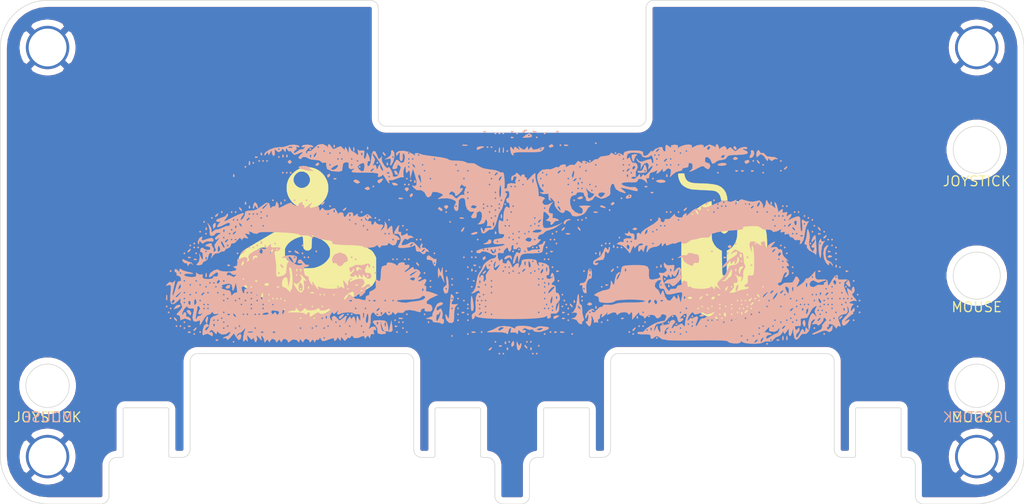
<source format=kicad_pcb>
(kicad_pcb (version 20171130) (host pcbnew "(5.1.8)-1")
  (layers (0 F.Cu signal hide) (31 B.Cu signal hide) (34 B.Paste user) (35 F.Paste user) (36 B.SilkS user) (37 F.SilkS user) (38 B.Mask user) (39 F.Mask user) (44 Edge.Cuts user))
  (net 0 "")
  (net 1 "Net-(M1-Pad1)")
  (module artwork:mouse (layer F.Cu) (at 156.845 92.075)
    (fp_text reference G*** hide)
    (fp_text value LOGO hide)
  )
  (module artwork:joystick (layer F.Cu) (at 123.19 91.44)
    (fp_text reference G*** hide)
    (fp_text value LOGO hide)
  )
  (module artwork:last_ninja2 (layer B.Cu) (at 139.7 80.83 180)
    (fp_text reference G*** hide)
    (fp_text value LOGO hide)
  )
  (module mounting:M3_pin (layer F.Cu) (at 102.235 108.585)
    (fp_text reference M1 hide)
    (fp_text value Mounting hide)
    (pad 1 thru_hole circle (at 0 0) (size 3.5 3.5) (drill 3.048) (layers *.Cu *.Mask) (net 1 "Net-(M1-Pad1)"))
  )
  (module mounting:M3_pin (layer F.Cu) (at 177.165 75.565)
    (fp_text reference M2 hide)
    (fp_text value Mounting hide)
    (pad 1 thru_hole circle (at 0 0) (size 3.5 3.5) (drill 3.048) (layers *.Cu *.Mask) (net 1 "Net-(M1-Pad1)"))
  )
  (module mounting:M3_pin (layer F.Cu) (at 102.235 75.565)
    (fp_text reference M3 hide)
    (fp_text value Mounting hide)
    (pad 1 thru_hole circle (at 0 0) (size 3.5 3.5) (drill 3.048) (layers *.Cu *.Mask) (net 1 "Net-(M1-Pad1)"))
  )
  (module mounting:M3_pin (layer F.Cu) (at 177.165 108.585)
    (fp_text reference M4 hide)
    (fp_text value Mounting hide)
    (pad 1 thru_hole circle (at 0 0) (size 3.5 3.5) (drill 3.048) (layers *.Cu *.Mask) (net 1 "Net-(M1-Pad1)"))
  )
  (gr_text JOYSTICK (at 177.165 86.36) (layer F.SilkS) (effects (font (size 0.8 0.8) (thickness 0.1))))
  (gr_text MOUSE (at 177.165 96.52) (layer F.SilkS) (effects (font (size 0.8 0.8) (thickness 0.1))))
  (gr_circle (center 177.165 83.82) (end 179.065 83.82) (layer Edge.Cuts) (width 0.05))
  (gr_circle (center 177.165 93.98) (end 179.065 93.98) (layer Edge.Cuts) (width 0.05))
  (gr_circle (center 177.165 102.87) (end 178.916 102.87) (layer Edge.Cuts) (width 0.05))
  (gr_circle (center 102.235 102.87) (end 103.986 102.87) (layer Edge.Cuts) (width 0.05))
  (gr_line (start 171.196 108.6485) (end 171.577 108.6485) (layer Edge.Cuts) (width 0.05))
  (gr_arc (start 170.942 104.775) (end 171.069 104.775) (angle -90) (layer Edge.Cuts) (width 0.05))
  (gr_line (start 170.942 104.648) (end 167.513 104.648) (layer Edge.Cuts) (width 0.05))
  (gr_arc (start 167.513 104.775) (end 167.513 104.648) (angle -90) (layer Edge.Cuts) (width 0.05))
  (gr_arc (start 171.196 108.5215) (end 171.069 108.5215) (angle -90) (layer Edge.Cuts) (width 0.05))
  (gr_line (start 167.386 104.775) (end 167.386 108.5215) (layer Edge.Cuts) (width 0.05))
  (gr_line (start 171.069 108.5215) (end 171.069 104.775) (layer Edge.Cuts) (width 0.05))
  (gr_arc (start 167.259 108.5215) (end 167.259 108.6485) (angle -90) (layer Edge.Cuts) (width 0.05))
  (gr_line (start 137.287 108.6485) (end 137.668 108.6485) (layer Edge.Cuts) (width 0.05))
  (gr_line (start 137.16 108.5215) (end 137.16 104.775) (layer Edge.Cuts) (width 0.05))
  (gr_arc (start 133.35 108.5215) (end 133.35 108.6485) (angle -90) (layer Edge.Cuts) (width 0.05))
  (gr_line (start 133.477 104.775) (end 133.477 108.5215) (layer Edge.Cuts) (width 0.05))
  (gr_arc (start 137.033 104.775) (end 137.16 104.775) (angle -90) (layer Edge.Cuts) (width 0.05))
  (gr_arc (start 137.287 108.5215) (end 137.16 108.5215) (angle -90) (layer Edge.Cuts) (width 0.05))
  (gr_line (start 137.033 104.648) (end 133.604 104.648) (layer Edge.Cuts) (width 0.05))
  (gr_arc (start 133.604 104.775) (end 133.604 104.648) (angle -90) (layer Edge.Cuts) (width 0.05))
  (gr_line (start 146.05 108.6485) (end 147.0025 108.6485) (layer Edge.Cuts) (width 0.05))
  (gr_line (start 145.923 108.5215) (end 145.923 104.775) (layer Edge.Cuts) (width 0.05))
  (gr_arc (start 142.113 108.5215) (end 142.113 108.6485) (angle -90) (layer Edge.Cuts) (width 0.05))
  (gr_line (start 142.24 104.775) (end 142.24 108.5215) (layer Edge.Cuts) (width 0.05))
  (gr_arc (start 145.796 104.775) (end 145.923 104.775) (angle -90) (layer Edge.Cuts) (width 0.05))
  (gr_arc (start 146.05 108.5215) (end 145.923 108.5215) (angle -90) (layer Edge.Cuts) (width 0.05))
  (gr_line (start 145.796 104.648) (end 142.367 104.648) (layer Edge.Cuts) (width 0.05))
  (gr_arc (start 142.367 104.775) (end 142.367 104.648) (angle -90) (layer Edge.Cuts) (width 0.05))
  (gr_line (start 112.141 108.6485) (end 113.0935 108.6485) (layer Edge.Cuts) (width 0.05))
  (gr_arc (start 108.204 108.5215) (end 108.204 108.6485) (angle -90) (layer Edge.Cuts) (width 0.05))
  (gr_line (start 108.331 104.775) (end 108.331 108.5215) (layer Edge.Cuts) (width 0.05))
  (gr_arc (start 108.458 104.775) (end 108.458 104.648) (angle -90) (layer Edge.Cuts) (width 0.05))
  (gr_line (start 111.887 104.648) (end 108.458 104.648) (layer Edge.Cuts) (width 0.05))
  (gr_arc (start 112.141 108.5215) (end 112.014 108.5215) (angle -90) (layer Edge.Cuts) (width 0.05))
  (gr_arc (start 111.887 104.775) (end 112.014 104.775) (angle -90) (layer Edge.Cuts) (width 0.05))
  (gr_line (start 112.014 108.5215) (end 112.014 104.775) (layer Edge.Cuts) (width 0.05))
  (gr_text MOUSE (at 102.235 105.41) (layer B.SilkS) (effects (font (size 0.8 0.8) (thickness 0.1)) (justify mirror)))
  (gr_text JOYSTICK (at 177.165 105.41) (layer B.SilkS) (effects (font (size 0.8 0.8) (thickness 0.1)) (justify mirror)))
  (gr_line (start 106.553 112.395) (end 102.235 112.395) (layer Edge.Cuts) (width 0.05))
  (gr_line (start 138.938 112.395) (end 140.462 112.395) (layer Edge.Cuts) (width 0.05))
  (gr_line (start 151.13 71.755) (end 177.165 71.755) (layer Edge.Cuts) (width 0.05))
  (gr_arc (start 147.0025 108.0135) (end 147.0025 108.6485) (angle -90) (layer Edge.Cuts) (width 0.05))
  (gr_line (start 148.2725 100.2665) (end 165.0365 100.2665) (layer Edge.Cuts) (width 0.05))
  (gr_line (start 147.6375 100.9015) (end 147.6375 108.0135) (layer Edge.Cuts) (width 0.05))
  (gr_line (start 141.097 109.2835) (end 141.097 111.76) (layer Edge.Cuts) (width 0.05))
  (gr_arc (start 172.847 111.76) (end 172.212 111.76) (angle -90) (layer Edge.Cuts) (width 0.05))
  (gr_arc (start 140.462 111.76) (end 140.462 112.395) (angle -90) (layer Edge.Cuts) (width 0.05))
  (gr_arc (start 171.577 109.2835) (end 172.212 109.2835) (angle -90) (layer Edge.Cuts) (width 0.05))
  (gr_arc (start 141.732 109.2835) (end 141.732 108.6485) (angle -90) (layer Edge.Cuts) (width 0.05))
  (gr_arc (start 166.3065 108.0135) (end 165.6715 108.0135) (angle -90) (layer Edge.Cuts) (width 0.05))
  (gr_arc (start 148.2725 100.9015) (end 148.2725 100.2665) (angle -90) (layer Edge.Cuts) (width 0.05))
  (gr_line (start 165.6715 100.9015) (end 165.6715 108.0135) (layer Edge.Cuts) (width 0.05))
  (gr_line (start 166.3065 108.6485) (end 167.259 108.6485) (layer Edge.Cuts) (width 0.05))
  (gr_line (start 172.212 109.2835) (end 172.212 111.76) (layer Edge.Cuts) (width 0.05))
  (gr_line (start 141.732 108.6485) (end 142.113 108.6485) (layer Edge.Cuts) (width 0.05))
  (gr_arc (start 165.0365 100.9015) (end 165.6715 100.9015) (angle -90) (layer Edge.Cuts) (width 0.05))
  (gr_arc (start 138.938 111.76) (end 138.303 111.76) (angle -90) (layer Edge.Cuts) (width 0.05))
  (gr_arc (start 106.553 111.76) (end 106.553 112.395) (angle -90) (layer Edge.Cuts) (width 0.05))
  (gr_line (start 138.303 109.2835) (end 138.303 111.76) (layer Edge.Cuts) (width 0.05))
  (gr_arc (start 137.668 109.2835) (end 138.303 109.2835) (angle -90) (layer Edge.Cuts) (width 0.05))
  (gr_line (start 132.3975 108.6485) (end 133.35 108.6485) (layer Edge.Cuts) (width 0.05))
  (gr_line (start 107.188 109.2835) (end 107.188 111.76) (layer Edge.Cuts) (width 0.05))
  (gr_line (start 107.823 108.6485) (end 108.204 108.6485) (layer Edge.Cuts) (width 0.05))
  (gr_arc (start 107.823 109.2835) (end 107.823 108.6485) (angle -90) (layer Edge.Cuts) (width 0.05))
  (gr_arc (start 132.3975 108.0135) (end 131.7625 108.0135) (angle -90) (layer Edge.Cuts) (width 0.05))
  (gr_arc (start 113.0935 108.0135) (end 113.0935 108.6485) (angle -90) (layer Edge.Cuts) (width 0.05))
  (gr_arc (start 131.1275 100.9015) (end 131.7625 100.9015) (angle -90) (layer Edge.Cuts) (width 0.05))
  (gr_arc (start 114.3635 100.9015) (end 114.3635 100.2665) (angle -90) (layer Edge.Cuts) (width 0.05))
  (gr_line (start 131.7625 100.9015) (end 131.7625 108.0135) (layer Edge.Cuts) (width 0.05))
  (gr_line (start 113.7285 100.9015) (end 113.7285 108.0135) (layer Edge.Cuts) (width 0.05))
  (gr_line (start 114.3635 100.2665) (end 131.1275 100.2665) (layer Edge.Cuts) (width 0.05))
  (gr_line (start 128.905 81.28) (end 128.905 72.39) (layer Edge.Cuts) (width 0.05))
  (gr_line (start 149.86 81.915) (end 129.54 81.915) (layer Edge.Cuts) (width 0.05))
  (gr_line (start 150.495 81.28) (end 150.495 72.39) (layer Edge.Cuts) (width 0.05))
  (gr_arc (start 151.13 72.39) (end 151.13 71.755) (angle -90) (layer Edge.Cuts) (width 0.05))
  (gr_arc (start 149.86 81.28) (end 149.86 81.915) (angle -90) (layer Edge.Cuts) (width 0.05))
  (gr_arc (start 128.27 72.39) (end 128.905 72.39) (angle -90) (layer Edge.Cuts) (width 0.05))
  (gr_arc (start 129.54 81.28) (end 128.905 81.28) (angle -90) (layer Edge.Cuts) (width 0.05))
  (gr_text MOUSE (at 177.165 105.41) (layer F.SilkS) (effects (font (size 0.8 0.8) (thickness 0.1))))
  (gr_text JOYSTICK (at 102.235 105.41) (layer F.SilkS) (effects (font (size 0.8 0.8) (thickness 0.1))))
  (gr_arc (start 177.165 108.585) (end 177.165 112.395) (angle -90) (layer Edge.Cuts) (width 0.05))
  (gr_arc (start 177.165 75.565) (end 180.975 75.565) (angle -90) (layer Edge.Cuts) (width 0.05))
  (gr_arc (start 102.235 75.565) (end 102.235 71.755) (angle -90) (layer Edge.Cuts) (width 0.05))
  (gr_arc (start 102.235 108.585) (end 98.425 108.585) (angle -90) (layer Edge.Cuts) (width 0.05))
  (gr_line (start 177.165 112.395) (end 172.847 112.395) (layer Edge.Cuts) (width 0.05))
  (gr_line (start 180.975 75.565) (end 180.975 108.585) (layer Edge.Cuts) (width 0.05))
  (gr_line (start 102.235 71.755) (end 128.27 71.755) (layer Edge.Cuts) (width 0.05))
  (gr_line (start 98.425 108.585) (end 98.425 75.565) (layer Edge.Cuts) (width 0.05))
  (zone (net 1) (net_name "Net-(M1-Pad1)") (layer B.Cu) (connect_pads (clearance 0.508)) (min_thickness 0.254) (fill yes (arc_segments 32) (thermal_gap 0.508) (thermal_bridge_width 0.508))
    (polygon (pts (xy 185.42 121.285) (xy 90.805 121.285) (xy 90.805 69.215) (xy 185.42 69.215)))
  )
  (zone (net 1) (net_name "Net-(M1-Pad1)") (layer F.Cu) (connect_pads (clearance 0.508)) (min_thickness 0.254) (fill yes (arc_segments 32) (thermal_gap 0.508) (thermal_bridge_width 0.508))
    (polygon (pts (xy 184.04 120.225) (xy 89.425 120.225) (xy 89.425 68.155) (xy 184.04 68.155)))
  )
)
</source>
